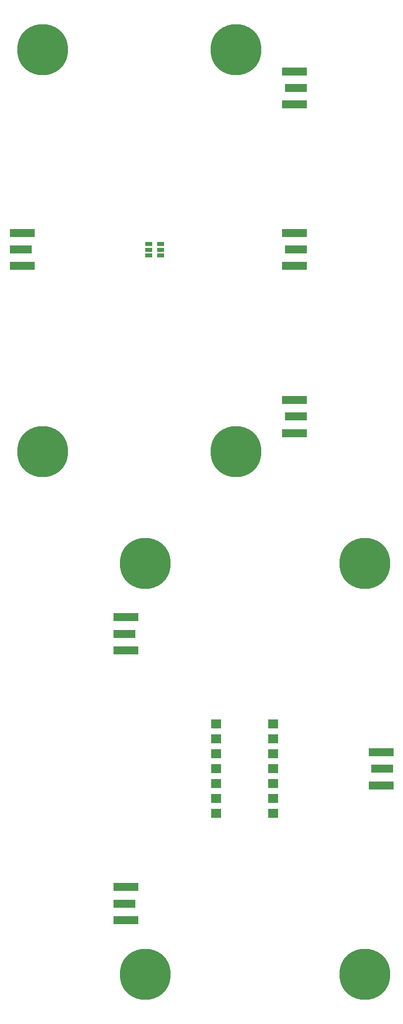
<source format=gbr>
%TF.GenerationSoftware,KiCad,Pcbnew,(5.1.6)-1*%
%TF.CreationDate,2021-12-16T16:10:30-05:00*%
%TF.ProjectId,RFID_PROJECT,52464944-5f50-4524-9f4a-4543542e6b69,c*%
%TF.SameCoordinates,Original*%
%TF.FileFunction,Soldermask,Top*%
%TF.FilePolarity,Negative*%
%FSLAX46Y46*%
G04 Gerber Fmt 4.6, Leading zero omitted, Abs format (unit mm)*
G04 Created by KiCad (PCBNEW (5.1.6)-1) date 2021-12-16 16:10:30*
%MOMM*%
%LPD*%
G01*
G04 APERTURE LIST*
%ADD10C,1.000000*%
%ADD11C,8.700000*%
%ADD12R,1.700000X1.650000*%
%ADD13R,1.170000X0.700000*%
%ADD14R,4.300000X1.450000*%
%ADD15R,3.700000X1.370000*%
G04 APERTURE END LIST*
D10*
%TO.C,H8*%
X146280419Y-182219581D03*
X144000000Y-181275000D03*
X141719581Y-182219581D03*
X140775000Y-184500000D03*
X141719581Y-186780419D03*
X144000000Y-187725000D03*
X146280419Y-186780419D03*
X147225000Y-184500000D03*
D11*
X144000000Y-184500000D03*
%TD*%
D10*
%TO.C,H7*%
X108780419Y-182219581D03*
X106500000Y-181275000D03*
X104219581Y-182219581D03*
X103275000Y-184500000D03*
X104219581Y-186780419D03*
X106500000Y-187725000D03*
X108780419Y-186780419D03*
X109725000Y-184500000D03*
D11*
X106500000Y-184500000D03*
%TD*%
D10*
%TO.C,H6*%
X146280419Y-112219581D03*
X144000000Y-111275000D03*
X141719581Y-112219581D03*
X140775000Y-114500000D03*
X141719581Y-116780419D03*
X144000000Y-117725000D03*
X146280419Y-116780419D03*
X147225000Y-114500000D03*
D11*
X144000000Y-114500000D03*
%TD*%
D10*
%TO.C,H5*%
X108780419Y-112219581D03*
X106500000Y-111275000D03*
X104219581Y-112219581D03*
X103275000Y-114500000D03*
X104219581Y-116780419D03*
X106500000Y-117725000D03*
X108780419Y-116780419D03*
X109725000Y-114500000D03*
D11*
X106500000Y-114500000D03*
%TD*%
D10*
%TO.C,H4*%
X124280419Y-93219581D03*
X122000000Y-92275000D03*
X119719581Y-93219581D03*
X118775000Y-95500000D03*
X119719581Y-97780419D03*
X122000000Y-98725000D03*
X124280419Y-97780419D03*
X125225000Y-95500000D03*
D11*
X122000000Y-95500000D03*
%TD*%
D10*
%TO.C,H3*%
X91280419Y-93219581D03*
X89000000Y-92275000D03*
X86719581Y-93219581D03*
X85775000Y-95500000D03*
X86719581Y-97780419D03*
X89000000Y-98725000D03*
X91280419Y-97780419D03*
X92225000Y-95500000D03*
D11*
X89000000Y-95500000D03*
%TD*%
D10*
%TO.C,H2*%
X124280419Y-24719581D03*
X122000000Y-23775000D03*
X119719581Y-24719581D03*
X118775000Y-27000000D03*
X119719581Y-29280419D03*
X122000000Y-30225000D03*
X124280419Y-29280419D03*
X125225000Y-27000000D03*
D11*
X122000000Y-27000000D03*
%TD*%
D10*
%TO.C,H1*%
X91280419Y-24719581D03*
X89000000Y-23775000D03*
X86719581Y-24719581D03*
X85775000Y-27000000D03*
X86719581Y-29280419D03*
X89000000Y-30225000D03*
X91280419Y-29280419D03*
X92225000Y-27000000D03*
D11*
X89000000Y-27000000D03*
%TD*%
D12*
%TO.C,U2*%
X118650000Y-157120000D03*
X128350000Y-157120000D03*
X118650000Y-154580000D03*
X128350000Y-154580000D03*
X118650000Y-152040000D03*
X128350000Y-152040000D03*
X118650000Y-149500000D03*
X128350000Y-149500000D03*
X118650000Y-146960000D03*
X128350000Y-146960000D03*
X118650000Y-144420000D03*
X128350000Y-144420000D03*
X118650000Y-141880000D03*
X128350000Y-141880000D03*
%TD*%
D13*
%TO.C,U1*%
X109177501Y-60070000D03*
X107127501Y-60080000D03*
X109177501Y-61060000D03*
X107127501Y-61070000D03*
X109177501Y-62050000D03*
X107127501Y-62060000D03*
%TD*%
D14*
%TO.C,J1*%
X85500000Y-58175000D03*
X85500000Y-63825000D03*
D15*
X85300000Y-61000000D03*
%TD*%
%TO.C,J2*%
X132230001Y-33500000D03*
D14*
X132030001Y-30675000D03*
X132030001Y-36325000D03*
%TD*%
%TO.C,J3*%
X132030001Y-63825000D03*
X132030001Y-58175000D03*
D15*
X132230001Y-61000000D03*
%TD*%
%TO.C,J4*%
X132230001Y-89500000D03*
D14*
X132030001Y-86675000D03*
X132030001Y-92325000D03*
%TD*%
%TO.C,J5*%
X103200000Y-123675000D03*
X103200000Y-129325000D03*
D15*
X103000000Y-126500000D03*
%TD*%
D14*
%TO.C,J6*%
X103200000Y-169675000D03*
X103200000Y-175325000D03*
D15*
X103000000Y-172500000D03*
%TD*%
%TO.C,J7*%
X147000000Y-149500000D03*
D14*
X146800000Y-146675000D03*
X146800000Y-152325000D03*
%TD*%
M02*

</source>
